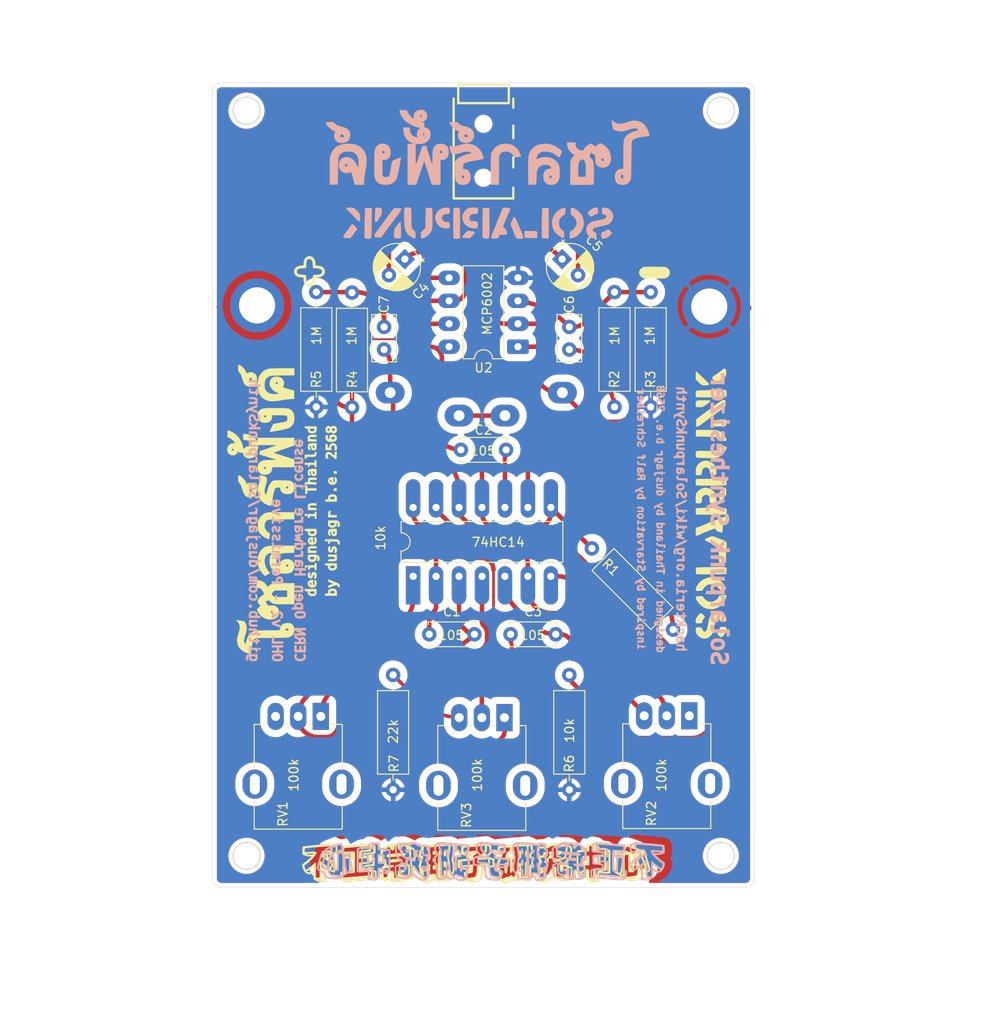
<source format=kicad_pcb>
(kicad_pcb (version 20241229) (generator "pcbnew") (generator_version "9.0")
  (layers (0 "F.Cu" signal) (2 "B.Cu" signal) (13 "F.Paste" user) (15 "B.Paste" user) (5 "F.SilkS" user "F.Silkscreen") (7 "B.SilkS" user "B.Silkscreen") (1 "F.Mask" user) (3 "B.Mask" user) (25 "Edge.Cuts" user))
  (net 0 "")
  (net 1 "Net-(C1-Pad2)")
  (net 2 "Net-(Pad1-Pin_1)")
  (net 3 "Net-(C2-Pad1)")
  (net 4 "Net-(C3-Pad2)")
  (net 5 "Net-(Pad3-Pin_1)")
  (net 6 "GND")
  (net 7 "Net-(Pad2-Pin_1)")
  (net 8 "Net-(RV1-Pad2)")
  (net 9 "Net-(RV2-Pad2)")
  (net 10 "Net-(U2B--)")
  (net 11 "Net-(C4-Pad2)")
  (net 12 "Net-(U2A--)")
  (net 13 "Net-(C5-Pad2)")
  (net 14 "Right")
  (net 15 "Left")
  (net 16 "Net-(R7-Pad1)")
  (net 17 "Net-(U1G-GND)")
  (net 18 "Net-(U1G-VCC)")
  (net 19 "Net-(C2-Pad2)")
  (net 20 "VCC")
  (footprint "Resistor_THT:R_Axial_DIN0309_L9.0mm_D3.2mm_P12.70mm_Horizontal" (layer "F.Cu") (at 98.5 53.65 -90)
    (property "Reference" "R5")
    (property "Value" "1M")
  )
  (footprint "Resistor_THT:R_Axial_DIN0309_L9.0mm_D3.2mm_P12.70mm_Horizontal" (layer "F.Cu") (at 102.449513 66.402694 90)
    (property "Reference" "R4")
    (property "Value" "1M")
  )
  (footprint "Resistor_THT:R_Axial_DIN0309_L9.0mm_D3.2mm_P12.70mm_Horizontal" (layer "F.Cu") (at 131.5 66.35 90)
    (property "Reference" "R2")
    (property "Value" "1M")
  )
  (footprint "002_Solarpunk:SolarPad_VCC" (layer "F.Cu") (at 141.986 55.245)
    (property "Reference" "J3" (hide yes))
    (property "Value" "Conn_01x01_Pin")
  )
  (footprint "002_Solarpunk:SolderPad_small" (layer "F.Cu") (at 106.68 64.77)
    (property "Reference" "Pad1" (hide yes))
    (property "Value" "SP +")
  )
  (footprint "007_dusjagr:graphix_digilog" (layer "F.Cu") (at 117.031492 74.58795)
    (property "Reference" "Ref**" (hide yes))
    (property "Value" "Val**" (hide yes))
    (fp_line (start -27.75759 -41.00954) (end -27.74981 -41.16365) (stroke (width 0.1)) (layer "Edge.Cuts"))
    (fp_line (start -27.75759 41.4188) (end -27.74981 41.2647) (stroke (width 0.1)) (layer "Edge.Cuts"))
    (fp_line (start -27.74981 -41.16365) (end -27.72697 -41.31331) (stroke (width 0.1)) (layer "Edge.Cuts"))
    (fp_line (start -27.74981 -40.85543) (end -27.75759 -41.00954) (stroke (width 0.1)) (layer "Edge.Cuts"))
    (fp_line (start -27.74981 41.2647) (end -27.72697 41.115) (stroke (width 0.1)) (layer "Edge.Cuts"))
    (fp_line (start -27.74981 41.5729) (end -27.75759 41.4188) (stroke (width 0.1)) (layer "Edge.Cuts"))
    (fp_line (start -27.72697 -41.31331) (end -27.63914 -41.59623) (stroke (width 0.1)) (layer "Edge.Cuts"))
    (fp_line (start -27.72697 -40.70578) (end -27.74981 -40.85543) (stroke (width 0.1)) (layer "Edge.Cuts"))
    (fp_line (start -27.72697 41.115) (end -27.63914 40.8321) (stroke (width 0.1)) (layer "Edge.Cuts"))
    (fp_line (start -27.72697 41.7225) (end -27.74981 41.5729) (stroke (width 0.1)) (layer "Edge.Cuts"))
    (fp_line (start -27.63914 -41.59623) (end -27.50017 -41.85226) (stroke (width 0.1)) (layer "Edge.Cuts"))
    (fp_line (start -27.63914 -40.42285) (end -27.72697 -40.70578) (stroke (width 0.1)) (layer "Edge.Cuts"))
    (fp_line (start -27.63914 40.8321) (end -27.50017 40.576) (stroke (width 0.1)) (layer "Edge.Cuts"))
    (fp_line (start -27.63914 42.0055) (end -27.72697 41.7225) (stroke (width 0.1)) (layer "Edge.Cuts"))
    (fp_line (start -27.50017 -41.85226) (end -27.31612 -42.07533) (stroke (width 0.1)) (layer "Edge.Cuts"))
    (fp_line (start -27.50017 -40.16682) (end -27.63914 -40.42285) (stroke (width 0.1)) (layer "Edge.Cuts"))
    (fp_line (start -27.50017 40.576) (end -27.31612 40.353) (stroke (width 0.1)) (layer "Edge.Cuts"))
    (fp_line (start -27.50017 42.2615) (end -27.63914 42.0055) (stroke (width 0.1)) (layer "Edge.Cuts"))
    (fp_line (start -27.31612 -42.07533) (end -27.09305 -42.25938) (stroke (width 0.1)) (layer "Edge.Cuts"))
    (fp_line (start -27.31612 -39.94375) (end -27.50017 -40.16682) (stroke (width 0.1)) (layer "Edge.Cuts"))
    (fp_line (start -27.31612 40.353) (end -27.09305 40.1689) (stroke (width 0.1)) (layer "Edge.Cuts"))
    (fp_line (start -27.31612 42.4846) (end -27.50017 42.2615) (stroke (width 0.1)) (layer "Edge.Cuts"))
    (fp_line (start -27.09305 -42.25938) (end -26.83702 -42.39835) (stroke (width 0.1)) (layer "Edge.Cuts"))
    (fp_line (start -27.09305 -39.7597) (end -27.31612 -39.94375) (stroke (width 0.1)) (layer "Edge.Cuts"))
    (fp_line (start -27.09305 40.1689) (end -26.83702 40.03) (stroke (width 0.1)) (layer "Edge.Cuts"))
    (fp_line (start -27.09305 42.6686) (end -27.31612 42.4846) (stroke (width 0.1)) (layer "Edge.Cuts"))
    (fp_line (start -26.83702 -42.39835) (end -26.5541 -42.48617) (stroke (width 0.1)) (layer "Edge.Cuts"))
    (fp_line (start -26.83702 -39.62073) (end -27.09305 -39.7597) (stroke (width 0.1)) (layer "Edge.Cuts"))
    (fp_line (start -26.83702 40.03) (end -26.5541 39.9421) (stroke (width 0.1)) (layer "Edge.Cuts"))
    (fp_line (start -26.83702 42.8076) (end -27.09305 42.6686) (stroke (width 0.1)) (layer "Edge.Cuts"))
    (fp_line (start -26.5541 -42.48617) (end -26.40444 -42.50901) (stroke (width 0.1)) (layer "Edge.Cuts"))
    (fp_line (start -26.5541 -39.53291) (end -26.83702 -39.62073) (stroke (width 0.1)) (layer "Edge.Cuts"))
    (fp_line (start -26.5541 39.9421) (end -26.40444 39.9193) (stroke (width 0.1)) (layer "Edge.Cuts"))
    (fp_line (start -26.5541 42.8954) (end -26.83702 42.8076) (stroke (width 0.1)) (layer "Edge.Cuts"))
    (fp_line (start -26.40444 -42.50901) (end -26.25033 -42.5168) (stroke (width 0.1)) (layer "Edge.Cuts"))
    (fp_line (start -26.40444 -39.51007) (end -26.5541 -39.53291) (stroke (width 0.1)) (layer "Edge.Cuts"))
    (fp_line (start -26.40444 39.9193) (end -26.25033 39.9115) (stroke (width 0.1)) (layer "Edge.Cuts"))
    (fp_line (start -26.40444 42.9182) (end -26.5541 42.8954) (stroke (width 0.1)) (layer "Edge.Cuts"))
    (fp_line (start -26.25033 -42.5168) (end -25.95491 -42.48757) (stroke (width 0.1)) (layer "Edge.Cuts"))
    (fp_line (start -26.25033 -39.50229) (end -26.40444 -39.51007) (stroke (width 0.1)) (layer "Edge.Cuts"))
    (fp_line (start -26.25033 39.9115) (end -25.95491 39.9407) (stroke (width 0.1)) (layer "Edge.Cuts"))
    (fp_line (start -26.25033 42.926) (end -26.40444 42.9182) (stroke (width 0.1)) (layer "Edge.Cuts"))
    (fp_line (start -25.95491 -42.48757) (end -25.67353 -42.40206) (stroke (width 0.1)) (layer "Edge.Cuts"))
    (fp_line (start -25.95491 -39.53152) (end -26.25033 -39.50229) (stroke (width 0.1)) (layer "Edge.Cuts"))
    (fp_line (start -25.95491 39.9407) (end -25.67353 40.0262) (stroke (width 0.1)) (layer "Edge.Cuts"))
    (fp_line (start -25.95491 42.8968) (end -26.25033 42.926) (stroke (width 0.1)) (layer "Edge.Cuts"))
    (fp_line (start -25.67353 -42.40206) (end -25.41411 -42.26356) (stroke (width 0.1)) (layer "Edge.Cuts"))
    (fp_line (start -25.67353 -39.61702) (end -25.95491 -39.53152) (stroke (width 0.1)) (layer "Edge.Cuts"))
    (fp_line (start -25.67353 40.0262) (end -25.41411 40.1647) (stroke (width 0.1)) (layer "Edge.Cuts"))
    (fp_line (start -25.67353 42.8113) (end -25.95491 42.8968) (stroke (width 0.1)) (layer "Edge.Cuts"))
    (fp_line (start -25.41411 -42.26356) (end -25.18454 -42.07533) (stroke (width 0.1)) (layer "Edge.Cuts"))
    (fp_line (start -25.41411 -39.75552) (end -25.67353 -39.61702) (stroke (width 0.1)) (layer "Edge.Cuts"))
    (fp_line (start -25.41411 40.1647) (end -25.18454 40.353) (stroke (width 0.1)) (layer "Edge.Cuts"))
    (fp_line (start -25.41411 42.6728) (end -25.67353 42.8113) (stroke (width 0.1)) (layer "Edge.Cuts"))
    (fp_line (start -25.18454 -42.07533) (end -24.99631 -41.84577) (stroke (width 0.1)) (layer "Edge.Cuts"))
    (fp_line (start -25.18454 -39.94375) (end -25.41411 -39.75552) (stroke (width 0.1)) (layer "Edge.Cuts"))
    (fp_line (start -25.18454 40.353) (end -24.99631 40.5825) (stroke (width 0.1)) (layer "Edge.Cuts"))
    (fp_line (start -25.18454 42.4846) (end -25.41411 42.6728) (stroke (width 0.1)) (layer "Edge.Cuts"))
    (fp_line (start -24.99631 -41.84577) (end -24.85781 -41.58634) (stroke (width 0.1)) (layer "Edge.Cuts"))
    (fp_line (start -24.99631 -40.17332) (end -25.18454 -39.94375) (stroke (width 0.1)) (layer "Edge.Cuts"))
    (fp_line (start -24.99631 40.5825) (end -24.85781 40.842) (stroke (width 0.1)) (layer "Edge.Cuts"))
    (fp_line (start -24.99631 42.255) (end -25.18454 42.4846) (stroke (width 0.1)) (layer "Edge.Cuts"))
    (fp_line (start -24.85781 -41.58634) (end -24.77231 -41.30497) (stroke (width 0.1)) (layer "Edge.Cuts"))
    (fp_line (start -24.85781 -40.43274) (end -24.99631 -40.17332) (stroke (width 0.1)) (layer "Edge.Cuts"))
    (fp_line (start -24.85781 40.842) (end -24.77231 41.1233) (stroke (width 0.1)) (layer "Edge.Cuts"))
    (fp_line (start -24.85781 41.9956) (end -24.99631 42.255) (stroke (width 0.1)) (layer "Edge.Cuts"))
    (fp_line (start -24.77231 -41.30497) (end -24.74308 -41.00954) (stroke (width 0.1)) (layer "Edge.Cuts"))
    (fp_line (start -24.77231 -40.71412) (end -24.85781 -40.43274) (stroke (width 0.1)) (layer "Edge.Cuts"))
    (fp_line (start -24.77231 41.1233) (end -24.74308 41.4188) (stroke (width 0.1)) (layer "Edge.Cuts"))
    (fp_line (start -24.77231 41.7142) (end -24.85781 41.9956) (stroke (width 0.1)) (layer "Edge.Cuts"))
    (fp_line (start -24.74308 -41.00954) (end -24.77231 -40.71412) (stroke (width 0.1)) (layer "Edge.Cuts"))
    (fp_line (start -24.74308 -41.00954) (end -24.74308 -41.00954) (stroke (width 0.1)) (layer "Edge.Cuts"))
    (fp_line (start -24.74308 -41.00954) (end -24.74308 -41.00954) (stroke (width 0.1)) (layer "Edge.Cuts"))
    (fp_line (start -24.74308 41.4188) (end -24.77231 41.7142) (stroke (width 0.1)) (layer "Edge.Cuts"))
    (fp_line (start -24.74308 41.4188) (end -24.74308 41.4188) (stroke (width 0.1)) (layer "Edge.Cuts"))
    (fp_line (start -24.74308 41.4188) (end -24.74308 41.4188) (stroke (width 0.1)) (layer "Edge.Cuts"))
    (fp_line (start 24.7354 -41.00954) (end 24.7431 -41.16365) (stroke (width 0.1)) (layer "Edge.Cuts"))
    (fp_line (start 24.7354 41.4188) (end 24.7431 41.2647) (stroke (width 0.1)) (layer "Edge.Cuts"))
    (fp_line (start 24.7431 -41.16365) (end 24.766 -41.31331) (stroke (width 0.1)) (layer "Edge.Cuts"))
    (fp_line (start 24.7431 -40.85543) (end 24.7354 -41.00954) (stroke (width 0.1)) (layer "Edge.Cuts"))
    (fp_line (start 24.7431 41.2647) (end 24.766 41.115) (stroke (width 0.1)) (layer "Edge.Cuts"))
    (fp_line (start 24.7431 41.5729) (end 24.7354 41.4188) (stroke (width 0.1)) (layer "Edge.Cuts"))
    (fp_line (start 24.766 -41.31331) (end 24.8538 -41.59623) (stroke (width 0.1)) (layer "Edge.Cuts"))
    (fp_line (start 24.766 -40.70578) (end 24.7431 -40.85543) (stroke (width 0.1)) (layer "Edge.Cuts"))
    (fp_line (start 24.766 41.115) (end 24.8538 40.8321) (stroke (width 0.1)) (layer "Edge.Cuts"))
    (fp_line (start 24.766 41.7225) (end 24.7431 41.5729) (stroke (width 0.1)) (layer "Edge.Cuts"))
    (fp_line (start 24.8538 -41.59623) (end 24.9928 -41.85226) (stroke (width 0.1)) (layer "Edge.Cuts"))
    (fp_line (start 24.8538 -40.42285) (end 24.766 -40.70578) (stroke (width 0.1)) (layer "Edge.Cuts"))
    (fp_line (start 24.8538 40.8321) (end 24.9928 40.576) (stroke (width 0.1)) (layer "Edge.Cuts"))
    (fp_line (start 24.8538 42.0055) (end 24.766 41.7225) (stroke (width 0.1)) (layer "Edge.Cuts"))
    (fp_line (start 24.9928 -41.85226) (end 25.1768 -42.07533) (stroke (width 0.1)) (layer "Edge.Cuts"))
    (fp_line (start 24.9928 -40.16682) (end 24.8538 -40.42285) (stroke (width 0.1)) (layer "Edge.Cuts"))
    (fp_line (start 24.9928 40.576) (end 25.1768 40.353) (stroke (width 0.1)) (layer "Edge.Cuts"))
    (fp_line (start 24.9928 42.2615) (end 24.8538 42.0055) (stroke (width 0.1)) (layer "Edge.Cuts"))
    (fp_line (start 25.1768 -42.07533) (end 25.3999 -42.25938) (stroke (width 0.1)) (layer "Edge.Cuts"))
    (fp_line (start 25.1768 -39.94375) (end 24.9928 -40.16682) (stroke (width 0.1)) (layer "Edge.Cuts"))
    (fp_line (start 25.1768 40.353) (end 25.3999 40.1689) (stroke (width 0.1)) (layer "Edge.Cuts"))
    (fp_line (start 25.1768 42.4846) (end 24.9928 42.2615) (stroke (width 0.1)) (layer "Edge.Cuts"))
    (fp_line (start 25.3999 -42.25938) (end 25.6559 -42.39835) (stroke (width 0.1)) (layer "Edge.Cuts"))
    (fp_line (start 25.3999 -39.7597) (end 25.1768 -39.94375) (stroke (width 0.1)) (layer "Edge.Cuts"))
    (fp_line (start 25.3999 40.1689) (end 25.6559 40.03) (stroke (width 0.1)) (layer "Edge.Cuts"))
    (fp_line (start 25.3999 42.6686) (end 25.1768 42.4846) (stroke (width 0.1)) (layer "Edge.Cuts"))
    (fp_line (start 25.6559 -42.39835) (end 25.9388 -42.48617) (stroke (width 0.1)) (layer "Edge.Cuts"))
    (fp_line (start 25.6559 -39.62073) (end 25.3999 -39.7597) (stroke (width 0.1)) (layer "Edge.Cuts"))
    (fp_line (start 25.6559 40.03) (end 25.9388 39.9421) (stroke (width 0.1)) (layer "Edge.Cuts"))
    (fp_line (start 25.6559 42.8076) (end 25.3999 42.6686) (stroke (width 0.1)) (layer "Edge.Cuts"))
    (fp_line (start 25.9388 -42.48617) (end 26.0885 -42.50901) (stroke (width 0.1)) (layer "Edge.Cuts"))
    (fp_line (start 25.9388 -39.53291) (end 25.6559 -39.62073) (stroke (width 0.1)) (layer "Edge.Cuts"))
    (fp_line (start 25.9388 39.9421) (end 26.0885 39.9193) (stroke (width 0.1)) (layer "Edge.Cuts"))
    (fp_line (start 25.9388 42.8954) (end 25.6559 42.8076) (stroke (width 0.1)) (layer "Edge.Cuts"))
    (fp_line (start 26.0885 -42.50901) (end 26.2426 -42.5168) (stroke (width 0.1)) (layer "Edge.Cuts"))
    (fp_line (start 26.0885 -39.51007) (end 25.9388 -39.53291) (stroke (width 0.1)) (layer "Edge.Cuts"))
    (fp_line (start 26.0885 39.9193) (end 26.2426 39.9115) (stroke (width 0.1)) (layer "Edge.Cuts"))
    (fp_line (start 26.0885 42.9182) (end 25.9388 42.8954) (stroke (width 0.1)) (layer "Edge.Cuts"))
    (fp_line (start 26.2426 -42.5168) (end 26.3967 -42.50901) (stroke (width 0.1)) (layer "Edge.Cuts"))
    (fp_line (start 26.2426 -39.50229) (end 26.0885 -39.51007) (stroke (width 0.1)) (layer "Edge.Cuts"))
    (fp_line (start 26.2426 39.9115) (end 26.3967 39.9193) (stroke (width 0.1)) (layer "Edge.Cuts"))
    (fp_line (start 26.2426 42.926) (end 26.0885 42.9182) (stroke (width 0.1)) (layer "Edge.Cuts"))
    (fp_line (start 26.3967 -42.50901) (end 26.5464 -42.48617) (stroke (width 0.1)) (layer "Edge.Cuts"))
    (fp_line (start 26.3967 39.9193) (end 26.5464 39.9421) (stroke (width 0.1)) (layer "Edge.Cuts"))
    (fp_line (start 26.538 -39.53152) (end 26.2426 -39.50229) (stroke (width 0.1)) (layer "Edge.Cuts"))
    (fp_line (start 26.538 42.8968) (end 26.2426 42.926) (stroke (width 0.1)) (layer "Edge.Cuts"))
    (fp_line (start 26.5464 -42.48617) (end 26.8293 -42.39835) (stroke (width 0.1)) (layer "Edge.Cuts"))
    (fp_line (start 26.5464 39.9421) (end 26.8293 40.03) (stroke (width 0.1)) (layer "Edge.Cuts"))
    (fp_line (start 26.8194 -39.61702) (end 26.538 -39.53152) (stroke (width 0.1)) (layer "Edge.Cuts"))
    (fp_line (start 26.8194 42.8113) (end 26.538 42.8968) (stroke (width 0.1)) (layer "Edge.Cuts"))
    (fp_line (start 26.8293 -42.39835) (end 27.0853 -42.25938) (stroke (width 0.1)) (layer "Edge.Cuts"))
    (fp_line (start 26.8293 40.03) (end 27.0853 40.1689) (stroke (width 0.1)) (layer "Edge.Cuts"))
    (fp_line (start 27.0788 -39.75552) (end 26.8194 -39.61702) (stroke (width 0.1)) (layer "Edge.Cuts"))
    (fp_line (start 27.0788 42.6728) (end 26.8194 42.8113) (stroke (width 0.1)) (layer "Edge.Cuts"))
    (fp_line (start 27.0853 -42.25938) (end 27.3084 -42.07533) (stroke (width 0.1)) (layer "Edge.Cuts"))
    (fp_line (start 27.0853 40.1689) (end 27.3084 40.353) (stroke (width 0.1)) (layer "Edge.Cuts"))
    (fp_line (start 27.3084 -42.07533) (end 27.4924 -41.85226) (stroke (width 0.1)) (layer "Edge.Cuts"))
    (fp_line (start 27.3084 -39.94375) (end 27.0788 -39.75552) (stroke (width 0.1)) (layer "Edge.Cuts"))
    (fp_line (start 27.3084 40.353) (end 27.4924 40.576) (stroke (width 0.1)) (layer "Edge.Cuts"))
    (fp_line (start 27.3084 42.4846) (end 27.0788 42.6728) (stroke (width 0.1)) (layer "Edge.Cuts"))
    (fp_line (start 27.4924 -41.85226) (end 27.6314 -41.59623) (stroke (width 0.1)) (layer "Edge.Cuts"))
    (fp_line (start 27.4924 40.576) (end 27.6314 40.8321) (stroke (width 0.1)) (layer "Edge.Cuts"))
    (fp_line (start 27.4966 -40.17332) (end 27.3084 -39.94375) (stroke (width 0.1)) (layer "Edge.Cuts"))
    (fp_line (start 27.4966 42.255) (end 27.3084 42.4846) (stroke (width 0.1)) (layer "Edge.Cuts"))
    (fp_line (start 27.6314 -41.59623) (end 27.7192 -41.31331) (stroke (width 0.1)) (layer "Edge.Cuts"))
    (fp_line (start 27.6314 40.8321) (end 27.7192 41.115) (stroke (width 0.1)) (layer "Edge.Cuts"))
    (fp_line (start 27.6351 -40.43274) (end 27.4966 -40.17332) (stroke (width 0.1)) (layer "Edge.Cuts"))
    (fp_line (start 27.6351 41.9956) (end 27.4966 42.255) (stroke (width 0.1)) (layer "Edge.Cuts"))
    (fp_line (start 27.7192 -41.31331) (end 27.7421 -41.16365) (stroke (width 0.1)) (layer "Edge.Cuts"))
    (fp_line (start 27.7192 41.115) (end 27.7421 41.2647) (stroke (width 0.1)) (layer "Edge.Cuts"))
    (fp_line (start 27.7206 -40.71412) (end 27.6351 -40.43274) (stroke (width 0.1)) (layer "Edge.Cuts"))
    (fp_line (start 27.7206 41.7142) (end 27.6351 41.9956) (stroke (width 0.1)) (layer "Edge.Cuts"))
    (fp_line (start 27.7421 -41.16365) (end 27.7499 -41.00954) (stroke (width 0.1)) (layer "Edge.Cuts"))
    (fp_line (start 27.7421 41.2647) (end 27.7499 41.4188) (stroke (width 0.1)) (layer "Edge.Cuts"))
    (fp_line (start 27.7499 -41.00954) (end 27.7206 -40.71412) (stroke (width 0.1)) (layer "Edge.Cuts"))
    (fp_line (start 27.7499 -41.00954) (end 27.7499 -41.00954) (stroke (width 0.1)) (layer "Edge.Cuts"))
    (fp_line (start 27.7499 -41.00954) (end 27.7499 -41.00954) (stroke (width 0.1)) (layer "Edge.Cuts"))
    (fp_line (start 27.7499 41.4188) (end 27.7206 41.7142) (stroke (width 0.1)) (layer "Edge.Cuts"))
    (fp_line (start 27.7499 41.4188) (end 27.7499 41.4188) (stroke (width 0.1)) (layer "Edge.Cuts"))
    (fp_line (start 27.7499 41.4188) (end 27.7499 41.4188) (stroke (width 0.1)) (layer "Edge.Cuts"))
  )
  (footprint "Capacitor_THT:CP_Radial_D5.0mm_P2.50mm" (layer "F.Cu") (at 108.3 50 -135)
    (property "Reference" "C4")
    (property "Value" "C_Polarized")
  )
  (footprint "Resistor_THT:R_Axial_DIN0309_L9.0mm_D3.2mm_P12.70mm_Horizontal" (layer "F.Cu") (at 135.5 53.65 -90)
    (property "Reference" "R3")
    (property "Value" "1M")
  )
  (footprint "Resistor_THT:R_Axial_DIN0309_L9.0mm_D3.2mm_P12.70mm_Horizontal" (layer "F.Cu") (at 129 82 -45)
    (property "Reference" "R1")
    (property "Value" "10k")
  )
  (footprint "Capacitor_THT:C_Disc_D5.0mm_W2.5mm_P2.50mm" (layer "F.Cu") (at 106 60 90)
    (property "Reference" "C7")
    (property "Value" "100nF")
  )
  (footprint "002_Solarpunk:SolarPad_VCC" (layer "F.Cu") (at 91.948 55.118)
    (property "Reference" "J2" (hide yes))
    (property "Value" "Conn_01x01_Pin")
  )
  (footprint "Package_DIP:DIP-8_W7.62mm_LongPads" (layer "F.Cu") (at 120.815 59.69 180)
    (property "Reference" "U2")
    (property "Value" "MCP6002-xMC")
  )
  (footprint "Capacitor_THT:C_Disc_D5.0mm_W2.5mm_P5.00mm" (layer "F.Cu") (at 120 91.5)
    (property "Reference" "C3")
    (property "Value" "1-10uF")
  )
  (footprint "002_Solarpunk:AUDIO-JACK-3.5mm_SMD_noHole" (layer "F.Cu") (at 117 31.729 -90)
    (property "Reference" "J1" (hide yes))
    (property "Value" "OutputJack1" (hide yes))
  )
  (footprint "007_dusjagr:Piezo_20mm" (layer "F.Cu") (at 98.552 40.894)
    (property "Reference" "P1" (hide yes))
    (property "Value" "PiezoDisc")
  )
  (footprint "Capacitor_THT:C_Disc_D5.0mm_W2.5mm_P5.00mm" (layer "F.Cu") (at 119.5 71.096215 180)
    (property "Reference" "C2")
    (property "Value" "1-10uF")
  )
  (footprint "blinkyparts:Potentiometer_Alpha_RD901F-40-00D_Single_Vertical_bigger-holes" (layer "F.Cu") (at 139.781707 100.519799 -90)
    (property "Reference" "RV2")
    (property "Value" "100k")
  )
  (footprint "Resistor_THT:R_Axial_DIN0309_L9.0mm_D3.2mm_P12.70mm_Horizontal" (layer "F.Cu") (at 107 96 -90)
    (property "Reference" "R7")
    (property "Value" "22k")
  )
  (footprint "002_Solarpunk:SolderPad_small" (layer "F.Cu") (at 125.73 64.77)
    (property "Reference" "Pad3" (hide yes))
    (property "Value" "SP +")
  )
  (footprint "Capacitor_THT:CP_Radial_D5.0mm_P2.50mm" (layer "F.Cu") (at 125.7 50 -45)
    (property "Reference" "C5")
    (property "Value" "C_Polarized")
  )
  (footprint "Capacitor_THT:C_Disc_D5.0mm_W2.5mm_P5.00mm" (layer "F.Cu") (at 111 91.5)
    (property "Reference" "C1")
    (property "Value" "1-10uF")
  )
  (footprint "002_Solarpunk:DIP-14_W7.62mm_LongerPads" (layer "F.Cu") (at 109.215 85.09 90)
    (property "Reference" "U1" (hide yes))
    (property "Value" "74HC14")
  )
  (footprint "blinkyparts:Potentiometer_Alpha_RD901F-40-00D_Single_Vertical_bigger-holes" (layer "F.Cu") (at 119.319443 100.720026 -90)
    (property "Reference" "RV3")
    (property "Value" "100k")
  )
  (footprint "blinkyparts:Potentiometer_Alpha_RD901F-40-00D_Single_Vertical_bigger-holes" (layer "F.Cu") (at 98.997312 100.582304 -90)
    (property "Reference" "RV1")
    (property "Value" "100k")
  )
  (footprint "Resistor_THT:R_Axial_DIN0309_L9.0mm_D3.2mm_P12.70mm_Horizontal" (layer "F.Cu") (at 126.5 96 -90)
    (property "Reference" "R6")
    (property "Value" "10k")
  )
  (footprint "002_Solarpunk:SolderPad_small" (layer "F.Cu") (at 119.38 67.31)
    (property "Reference" "Pad4" (hide yes))
    (property "Value" "SP - b")
  )
  (footprint "002_Solarpunk:SolderPad_small" (layer "F.Cu") (at 114.3 67.31)
    (property "Reference" "Pad2" (hide yes))
    (property "Value" "SP - b")
  )
  (footprint "007_dusjagr:Piezo_20mm" (layer "F.Cu") (at 136.398 40.894)
    (property "Reference" "P2" (hide yes))
    (property "Value" "PiezoDisc")
  )
  (footprint "Capacitor_THT:C_Disc_D5.0mm_W2.5mm_P2.50mm" (layer "F.Cu") (at 126.5 60 90)
    (property "Reference" "C6")
    (property "Value" "100nF")
  )
  (footprint "007_dusjagr:back_graphix_digilog" (layer "B.Cu") (at 116.986149 74.422 180)
    (property "Reference" "Ref**" (hide yes))
    (property "Value" "Val**" (hide yes))
  )
  (gr_line (start 95 60) (end 93 58) (stroke (width 0.5)) (layer "F.Cu") (net 20))
  (gr_arc (start 147 118.5) (mid 146.707107 119.207107) (end 146 119.5) (stroke (width 0.05)) (layer "Edge.Cuts"))
  (gr_line (start 88 30.5) (end 146 30.5) (stroke (width 0.05)) (layer "Edge.Cuts"))
  (gr_line (start 88 119.5) (end 146 119.5) (stroke (width 0.05)) (layer "Edge.Cuts"))
  (gr_arc (start 146 30.5) (mid 146.707107 30.792893) (end 147 31.5) (stroke (width 0.05)) (layer "Edge.Cuts"))
  (gr_line (start 87 31.5) (end 87 118.5) (stroke (width 0.05)) (layer "Edge.Cuts"))
  (gr_arc (start 88 119.5) (mid 87.292893 119.207107) (end 87 118.5) (stroke (width 0.05)) (layer "Edge.Cuts"))
  (gr_arc (start 87 31.5) (mid 87.292893 30.792893) (end 88 30.5) (stroke (width 0.05)) (layer "Edge.Cuts"))
  (gr_line (start 147 31.5) (end 147 118.5) (stroke (width 0.05)) (layer "Edge.Cuts"))
  (gr_text "1M" (at 103 59.6 90) (layer "F.SilkS") (effects (font (size 1 1)) (justify left bottom)))
  (gr_text "10k" (at 127.1 103.6 90) (layer "F.SilkS") (effects (font (size 1 1)) (justify left bottom)))
  (gr_text "100k" (at 96.6 109 90) (layer "F.SilkS") (effects (font (size 1 1)) (justify left bottom)))
  (gr_text "105\n" (at 115.4 71.8 0) (layer "F.SilkS") (effects (font (size 1 1)) (justify left bottom)))
  (gr_text "100k" (at 116.9 109 90) (layer "F.SilkS") (effects (font (size 1 1)) (justify left bottom)))
  (gr_text "1M" (at 99.1 59.6 90) (layer "F.SilkS") (effects (font (size 1 1)) (justify left bottom)))
  (gr_text "1M" (at 136 59.6 90) (layer "F.SilkS") (effects (font (size 1 1)) (justify left bottom)))
  (gr_text "MCP6002\n" (at 118 58.5 90) (layer "F.SilkS") (effects (font (size 1 1)) (justify left bottom)))
  (gr_text "74HC14" (at 115.6 81.9 0) (layer "F.SilkS") (effects (font (size 1 1)) (justify left bottom)))
  (gr_text "105" (at 111.9 92.2 0) (layer "F.SilkS") (effects (font (size 1 1)) (justify left bottom)))
  (gr_text "22k" (at 107.6 103.7 90) (layer "F.SilkS") (effects (font (size 1 1)) (justify left bottom)))
  (gr_text "10k" (at 106.2 82.3 90) (layer "F.SilkS") (effects (font (size 1 1)) (justify left bottom)))
  (gr_text "105" (at 120.9 92.2 0) (layer "F.SilkS") (effects (font (size 1 1)) (justify left bottom)))
  (gr_text "100k" (at 137.3 109 90) (layer "F.SilkS") (effects (font (size 1 1)) (justify left bottom)))
  (gr_text "1M" (at 132.1 59.6 90) (layer "F.SilkS") (effects (font (size 1 1)) (justify left bottom)))
  (segment (start 114.295 85.09) (end 114.295 90.005086) (width 0.5) (layer "F.Cu") (net 1))
  (segment (start 101.5 96.5) (end 104.792893 93.207107) (width 0.5) (layer "F.Cu") (net 1))
  (segment (start 111.207107 93.5) (end 111.292893 93.5) (width 0.5) (layer "F.Cu") (net 1))
  (segment (start 115.914213 91.585786) (end 116 91.5) (width 0.5) (layer "F.Cu") (net 1))
  (segment (start 114.5 90.5) (end 115.146447 91.146447) (width 0.5) (layer "F.Cu") (net 1))
  (segment (start 100.068944 97.931055) (end 101.5 96.5) (width 0.5) (layer "F.Cu") (net 1))
  (segment (start 106.5 92.5) (end 108.792893 92.5) (width 0.5) (layer "F.Cu") (net 1))
  (arc (start 114.295 90.005086) (mid 114.348278 90.272931) (end 114.5 90.5) (width 0.5) (layer "F.Cu") (net 1))
  (arc (start 108.792893 92.5) (mid 109.446175 92.629946) (end 110 93) (width 0.5) (layer "F.Cu") (net 1))
  (arc (start 98.98 100.56) (mid 99.263007 99.137225) (end 100.068944 97.931055) (width 0.5) (layer "F.Cu") (net 1))
  (arc (start 115.146447 91.146447) (mid 115.538061 91.408114) (end 116 91.5) (width 0.5) (layer "F.Cu") (net 1))
  (arc (start 110 93) (mid 110.553826 93.370054) (end 111.207107 93.5) (width 0.5) (layer "F.Cu") (net 1))
  (arc (start 111.292893 93.5) (mid 113.793934 93.002512) (end 115.914213 91.585786) (width 0.5) (layer "F.Cu") (net 1))
  (arc (start 104.792893 93.207107) (mid 105.57612 92.683771) (end 106.5 92.5) (width 0.5) (layer "F.Cu") (net 1))
  (segment (start 111.755 85.006655) (end 111.755 85.030468) (width 0.5) (layer "F.Cu") (net 2))
  (segment (start 111.755 84.226795) (end 111.755 84.262514) (width 0.5) (layer "F.Cu") (net 2))
  (segment (start 111.755 84.959031) (end 111.755 84.982843) (width 0.5) (layer "F.Cu") (net 2))
  (segment (start 111.755 84.494686) (end 111.755 84.566125) (width 0.5) (layer "F.Cu") (net 2))
  (segment (start 111.755 84.982843) (end 111.755 85.006655) (width 0.5) (layer "F.Cu") (net 2))
  (segment (start 107 72.5) (end 107 65.542548) (width 0.5) (layer "F.Cu") (net 2))
  (segment (start 111.353553 89.146446) (end 111.5 89) (width 0.5) (layer "F.Cu") (net 2))
  (segment (start 111.755 84.351811) (end 111.755 84.298233) (width 0.5) (layer "F.Cu") (net 2))
  (segment (start 111.755 85.042375) (end 111.755 85.030468) (width 0.5) (layer "F.Cu") (net 2))
  (segment (start 111.755 84.351811) (end 111.755 84.494686) (width 0.5) (layer "F.Cu") (net 2))
  (segment (start 107 78.986498) (end 107 72.5) (width 0.5) (layer "F.Cu") (net 2))
  (segment (start 111.755 84.262514) (end 111.755 84.298233) (width 0.5) (layer "F.Cu") (net 2))
  (segment (start 111.5 89) (end 111.559112 88.938118) (width 0.5) (layer "F.Cu") (net 2))
  (segment (start 111 91.5) (end 111 90) (width 0.5) (layer "F.Cu") (net 2))
  (segment (start 111.755 84.155359) (end 111.755 84.191077) (width 0.5) (layer "F.Cu") (net 2))
  (segment (start 111.755 84.155359) (end 111.755 84.1375) (width 0.5) (layer "F.Cu") (net 2))
  (segment (start 111.755 84.959031) (end 111.755 84.947125) (width 0.5) (layer "F.Cu") (net 2))
  (segment (start 111.755 85.18525) (end 111.755 85.09) (width 0.5) (layer "F.Cu") (net 2))
  (segment (start 109.595509 81.28) (end 109.03578 81.28) (width 0.5) (layer "F.Cu") (net 2))
  (segment (start 111.755 88.465203) (end 111.755 85.09) (width 0.5) (layer "F.Cu") (net 2))
  (segment (start 106.68 61.641665) (end 106.68 64.77) (width 0.5) (layer "F.Cu") (net 2))
  (segment (start 108.080262 80.884211) (end 107.578025 80.381974) (width 0.5) (layer "F.Cu") (net 2))
  (segment (start 111.755 85.042375) (end 111.755 85.09) (width 0.5) (layer "F.Cu") (net 2))
  (segment (start 111.755 85.042375) (end 111.755 85.09) (width 0.5) (layer "F.Cu") (net 2))
  (segment (start 111.755 84.226795) (end 111.755 84.191077) (width 0.5) (layer "F.Cu") (net 2))
  (segment (start 111.755 85.042375) (end 111.755 83.43949) (width 0.5) (layer "F.Cu") (net 2))
  (segment (start 111.755 85.09) (end 111.755 85.18525) (width 0.5) (layer "F.Cu") (net 2))
  (arc (start 106 60) (mid 106.503274 60.753202) (end 106.68 61.641665) (width 0.5) (layer "F.Cu") (net 2))
  (arc (start 107.578025 80.381974) (mid 107.150224 79.741724) (end 107 78.986498) (width 0.5) (layer "F.Cu") (net 2))
  (arc (start 111.755 83.43949) (mid 111.590618 82.613088) (end 111.1225 81.9125) (width 0.5) (layer "F.Cu") (net 2))
  (arc (start 109.03578 81.28) (mid 108.518657 81.177137) (end 108.080262 80.884211) (width 0.5) (layer "F.Cu") (net 2))
  (arc (start 111.755 85.042375) (mid 111.755 85.042375) (end 111.755 85.042375) (width 0.5) (layer "F.Cu") (net 2))
  (arc (start 111.755 85.09) (mid 111.755 85.09) (end 111.755 85.09) (width 0.5) (layer "F.Cu") (net 2))
  (arc (start 111.559112 88.938118) (mid 111.704091 88.721143) (end 111.755 88.465203) (width 0.5) (layer "F.Cu") (net 2))
  (arc (start 107 65.542548) (mid 106.916835 65.124448) (end 106.68 64.77) (width 0.5) (layer "F.Cu") (net 2))
  (arc (start 111 90) (mid 111.091886 89.53806) (end 111.353553 89.146446) (width 0.5) (layer "F.Cu") (net 2))
  (arc (start 111.1225 81.9125) (mid 110.42191 81.444381) (end 109.595509 81.28) (width 0.5) (layer "F.Cu") (net 2))
  (segment (start 119.404 77.441) (end 119.375 77.47) (width 0.5) (layer "F.Cu") (net 3))
  (segment (start 119.375 77.47) (end 119.375 71.397992) (width 0.5) (layer "F.Cu") (net 3))
  (arc (start 119.375 71.397992) (mid 119.407486 71.234671) (end 119.5 71.096215) (width 0.5) (layer "F.Cu") (net 3))
  (arc (start 119.433 77.370987) (mid 119.425463 77.408877) (end 119.404 77.441) (width 0.5) (layer "F.Cu") (net 3))
  (segment (start 119.375 86.3575) (end 119.375 85.09) (width 0.5) (layer "F.Cu") (net 4))
  (segment (start 119.375 85.09) (end 119.375 85.78401) (width 0.5) (layer "F.Cu") (net 4))
  (segment (start 126.428666 91.884666) (end 134.231895 99.687895) (width 0.5) (layer "F.Cu") (net 4))
  (segment (start 125 91.5) (end 125.5 91.5) (width 0.5) (layer "F.Cu") (net 4))
  (segment (start 120.5 88.5) (end 122.43934 90.43934) (width 0.5) (layer "F.Cu") (net 4))
  (arc (start 125.5 91.5) (mid 126.00259 91.599971) (end 126.428666 91.884666) (width 0.5) (layer "F.Cu") (net 4))
  (arc (start 119.375 85.78401) (mid 119.667378 87.253893) (end 120.5 88.5) (width 0.5) (layer "F.Cu") (net 4))
  (arc (start 134.231895 99.687895) (mid 134.578343 100.206391) (end 134.7 100.818) (width 0.5) (layer "F.Cu") (net 4))
  (arc (start 122.43934 90.43934) (mid 123.614181 91.224343) (end 125 91.5) (width 0.5) (layer "F.Cu") (net 4))
  (segment (start 133.000005 67.499998) (end 133.146445 67.353558) (width 0.5) (layer "F.Cu") (net 5))
  (segment (start 114.295 77.47) (end 114.295 75.626407) (width 0.5) (layer "F.Cu") (net 5))
  (segment (start 141.778223 94.788223) (end 142.24 95.25) (width 0.5) (layer "F.Cu") (net 5))
  (segment (start 115.5 63) (end 121.792893 63) (width 0.5) (layer "F.Cu") (net 5))
  (segment (start 113 63) (end 115.5 63) (width 0.5) (layer "F.Cu") (net 5))
  (segment (start 133 64.5) (end 129.914214 61.414214) (width 0.5) (layer "F.Cu") (net 5))
  (segment (start 110.5 64.5) (end 111.292893 63.707107) (width 0.5) (layer "F.Cu") (net 5))
  (segment (start 118.639586 80.772) (end 122.095052 80.772) (width 0.5) (layer "F.Cu") (net 5))
  (segment (start 127.86669 83.16269) (end 137.875776 93.171776) (width 0.5) (layer "F.Cu") (net 5))
  (segment (start 130.5 103) (end 127.707107 100.207107) (width 0.5) (layer "F.Cu") (net 5))
  (segment (start 114.295 75.245) (end 114.295 77.8485) (width 0.5) (layer "F.Cu") (net 5))
  (segment (start 114.562639 78.494639) (end 115.5675 79.4995) (width 0.5) (layer "F.Cu") (net 5))
  (segment (start 125.358944 64.77) (end 125.73 64.77) (width 0.5) (layer "F.Cu") (net 5))
  (segment (start 112 72) (end 111.707107 72) (width 0.5) (layer "F.Cu") (net 5))
  (segment (start 110 70.292893) (end 110 65.707107) (width 0.5) (layer "F.Cu") (net 5))
  (segment (start 131 68) (end 131.792893 68) (width 0.5) (layer "F.Cu") (net 5))
  (segment (start 133.5 66.5) (end 133.5 65.707107) (width 0.5) (layer "F.Cu") (net 5))
  (segment (start 141.341974 104.14) (end 133.252203 104.14) (width 0.5) (layer "F.Cu") (net 5))
  (segment (start 113 72.5) (end 112.853553 72.353553) (width 0.5) (layer "F.Cu") (net 5))
  (segment (start 143.51 98.316051) (end 143.51 101.971974) (width 0.5) (layer "F.Cu") (net 5))
  (segment (start 125.73 64.77) (end 127.517502 66.557502) (width 0.5) (layer "F.Cu") (net 5))
  (segment (start 123.43934 98.43934) (end 122.474874 97.474874) (width 0.5) (layer "F.Cu") (net 5))
  (segment (start 123 63.5) (end 123.5 64) (width 0.5) (layer "F.Cu") (net 5))
  (segment (start 133 67.5) (end 133.000005 67.499998) (width 0.5) (layer "F.Cu") (net 5))
  (arc (start 133.5 65.707107) (mid 133.370055 65.053825) (end 133 64.5) (width 0.5) (layer "F.Cu") (net 5))
  (arc (start 114.295 75.626407) (mid 113.958441 73.934407) (end 113 72.5) (width 0.5) (layer "F.Cu") (net 5))
  (arc (start 110.5 71.5) (mid 110.129946 70.946175) (end 110 70.292893) (width 0.5) (layer "F.Cu") (net 5))
  (arc (start 111.707107 72) (mid 111.053825 71.870055) (end 110.5 71.5) (width 0.5) (layer "F.Cu") (net 5))
  (arc (start 129.914214 61.414214) (mid 128.34776 60.367542) (end 126.5 60) (width 0.5) (layer "F.Cu") (net 5))
  (arc (start 115.5675 79.4995) (mid 116.976985 80.441288) (end 118.639586 80.772) (width 0.5) (layer "F.Cu") (net 5))
  (arc (start 127.707107 100.207107) (mid 126.92388 99.683771) (end 126 99.5) (width 0.5) (layer "F.Cu") (net 5))
  (arc (start 122.095052 80.772) (mid 125.21864 81.39332) (end 127.86669 83.16269) (width 0.5) (layer "F.Cu") (net 5))
  (arc (start 123.5 64) (mid 124.352891 64.569883) (end 125.358944 64.77) (width 0.5) (layer "F.Cu") (net 5))
  (arc (start 137.875776 93.171776) (mid 138.771005 93.769949) (end 139.827 93.98) (width 0.5) (layer "F.Cu") (net 5))
  (arc (start 142.875 103.505) (mid 142.171641 103.974968) (end 141.341974 104.14) (width 0.5) (layer "F.Cu") (net 5))
  (arc (start 139.827 93.98) (mid 140.882994 94.19005) (end 141.778223 94.788223) (width 0.5) (layer "F.Cu") (net 5))
  (arc (start 121.792893 63) (mid 122.446175 63.129946) (end 123 63.5) (width 0.5) (layer "F.Cu") (net 5))
  (arc (start 133.146445 67.353558) (mid 133.408114 66.961942) (end 133.5 66.5) (width 0.5) (layer "F.Cu") (net 5))
  (arc (start 110 65.707107) (mid 110.129945 65.053825) (end 110.5 64.5) (width 0.5) (layer "F.Cu") (net 5))
  (arc (start 112.853553 72.353553) (mid 112.46194 72.091885) (end 112 72) (width 0.5) (layer "F.Cu") (net 5))
  (arc (start 126 99.5) (mid 124.614181 99.224343) (end 123.43934 98.43934) (width 0.5) (layer "F.Cu") (net 5))
  (arc (start 127.517502 66.557502) (mid 129.115286 67.625107) (end 131 68) (width 0.5) (layer "F.Cu") (net 5))
  (arc (start 143.51 101.971974) (mid 143.344968 102.801641) (end 142.875 103.505) (width 0.5) (layer "F.Cu") (net 5))
  (arc (start 133.252203 104.14) (mid 131.762721 103.843724) (end 130.5 103) (width 0.5) (layer "F.Cu") (net 5))
  (arc (start 131.792893 68) (mid 132.446175 67.870054) (end 133 67.5) (width 0.5) (layer "F.Cu") (net 5))
  (arc (start 114.295 77.8485) (mid 114.364557 78.198188) (end 114.562639 78.494639) (width 0.5) (layer "F.Cu") (net 5))
  (arc (start 122.474874 97.474874) (mid 120.643198 94.733579) (end 120 91.5) (width 0.5) (layer "F.Cu") (net 5))
  (arc (start 142.24 95.25) (mid 143.179937 96.656716) (end 143.51 98.316051) (width 0.5) (layer "F.Cu") (net 5))
  (arc (start 111.292893 63.707107) (mid 112.07612 63.183771) (end 113 63) (width 0.5) (layer "F.Cu") (net 5))
  (segment (start 120.810001 34.269) (end 120.81 34.269) (width 0.5) (layer "F.Cu") (net 6))
  (segment (start 141.986 58.722185) (end 141.986 60.96) (width 1) (layer "F.Cu") (net 6))
  (segment (start 142.013185 58.695) (end 142.040371 58.695) (width 0.5) (layer "F.Cu") (net 6))
  (segment (start 142.24 49.911) (end 142.24 51.689) (width 1) (layer "F.Cu") (net 6))
  (arc (start 113.19 34.269) (mid 113.689819 34.16958) (end 114.113545 33.886455) (width 0.5) (layer "F.Cu") (net 6))
  (arc (start 142.013185 58.695) (mid 141.993962 58.702962) (end 141.986 58.722185) (width 0.5) (layer "F.Cu") (net 6))
  (segment (start 116.843535 67.31) (end 119.38 67.31) (width 0.5) (layer "F.Cu") (net 7))
  (segment (start 116.836464 67.31) (end 114.3 67.31) (width 0.5) (layer "F.Cu") (net 7))
  (segment (start 123.946999 79.247999) (end 124.005987 79.189012) (width 0.5) (layer "F.Cu") (net 7))
  (segment (start 122 79.756) (end 118.56942 79.756) (width 0.5) (layer "F.Cu") (net 7))
  (segment (start 116.835 78.105) (end 116.835 77.7875) (width 0.5) (layer "F.Cu") (net 7))
  (segment (start 116.835 67.318535) (end 116.835 77.47) (width 0.5) (layer "F.Cu") (net 7))
  (segment (start 117.284012 79.189012) (end 117.343 79.248) (width 0.5) (layer "F.Cu") (net 7))
  (segment (start 128.974394 81.989393) (end 124.455 77.47) (width 0.5) (layer "F.Cu") (net 7))
  (segment (start 122.720579 79.756) (end 122 79.756) (width 0.5) (layer "F.Cu") (net 7))
  (segment (start 116.836464 67.31) (end 116.843535 67.31) (width 0.5) (layer "F.Cu") (net 7))
  (segment (start 124.455 78.105) (end 124.455 78.359) (width 0.5) (layer "F.Cu") (net 7))
  (arc (start 118.56942 79.756) (mid 117.905686 79.623975) (end 117.343 79.248) (width 0.5) (layer "F.Cu") (net 7))
  (arc (start 116.8375 67.3125) (mid 116.837817 67.310904) (end 116.836464 67.31) (width 0.5) (layer "F.Cu") (net 7))
  (arc (start 124.455 78.105) (mid 124.338305 78.691663) (end 124.005987 79.189012) (width 0.5) (layer "F.Cu") (net 7))
  (arc (start 116.8375 67.3125) (mid 116.840268 67.310649) (end 116.843535 67.31) (width 0.5) (layer "F.Cu") (net 7))
  (arc (start 129 82) (mid 128.986142 81.997243) (end 128.974394 81.989393) (width 0.5) (layer "F.Cu") (net 7))
  (arc (start 124.455 77.47) (mid 124.60744 77.500322) (end 124.736672 77.586673) (width 0.5) (layer "F.Cu") (net 7))
  (arc (start 116.835 78.105) (mid 116.951694 78.691663) (end 117.284012 79.189012) (width 0.5) (layer "F.Cu") (net 7))
  (arc (start 122.720579 79.756) (mid 123.384313 79.623974) (end 123.946999 79.247999) (width 0.5) (layer "F.Cu") (net 7))
  (arc (start 116.8375 67.3125) (mid 116.835649 67.315268) (end 116.835 67.318535) (width 0.5) (layer "F.Cu") (net 7))
  (segment (start 117.269212 92.661494) (end 117.360003 92.442308) (width 0.5) (layer "F.Cu") (net 8))
  (segment (start 116.835 90.101655) (end 116.835 85.09) (width 0.5) (layer "F.Cu") (net 8))
  (segment (start 117.137405 92.858756) (end 117.269212 92.661494) (width 0.5) (layer "F.Cu") (net 8))
  (segment (start 117.409 92.090999) (end 117.409 91.487413) (width 0.5) (layer "F.Cu") (net 8))
  (segment (start 117.406287 92.209622) (end 117.409 92.090999) (width 0.5) (layer "F.Cu") (net 8))
  (segment (start 117 93) (end 117.055446 92.944554) (width 0.5) (layer "F.Cu") (net 8))
  (segment (start 117.360003 92.442308) (end 117.406287 92.209622) (width 0.5) (layer "F.Cu") (net 8))
  (segment (start 99 102.87) (end 98.716309 102.87) (width 0.5) (layer "F.Cu") (net 8))
  (segment (start 101.995681 96.995681) (end 104.778149 94.213214) (width 0.5) (layer "F.Cu") (net 8))
  (segment (start 101 101.292893) (end 101 99.399468) (width 0.5) (layer "F.Cu") (net 8))
  (segment (start 96.833553 101.913553) (end 97.135 102.215) (width 0.5) (layer "F.Cu") (net 8))
  (segment (start 117.055446 92.944554) (end 117.137405 92.858756) (width 0.5) (layer "F.Cu") (net 8))
  (segment (start 109 94) (end 109.096626 94.093099) (width 0.5) (layer "F.Cu") (net 8))
  (segment (start 107 90) (end 107.292893 90) (width 0.5) (layer "F.Cu") (net 8))
  (segment (start 106.5 93.5) (end 107.792893 93.5) (width 0.5) (layer "F.Cu") (net 8))
  (segment (start 102.300369 93.53363) (end 97.328222 98.505776) (width 0.5) (layer "F.Cu") (net 8))
  (segment (start 102.300369 93.53363) (end 105.009511 90.824488) (width 0.5) (layer "F.Cu") (net 8))
  (segment (start 99 102.87) (end 99.606741 102.87) (width 0.5) (layer "F.Cu") (net 8))
  (segment (start 96.52 100.457) (end 96.52 100.711) (width 0.5) (layer "F.Cu") (net 8))
  (segment (start 96.48 101.06) (end 96.48 100.56) (width 0.5) (layer "F.Cu") (net 8))
  (segment (start 110.207107 94.5) (end 114.085786 94.5) (width 0.5) (layer "F.Cu") (net 8))
  (segment (start 99.435724 102.87) (end 99 102.87) (width 0.5) (layer "F.Cu") (net 8))
  (segment (start 116.500001 93.5) (end 117 93) (width 0.5) (layer "F.Cu") (net 8))
  (segment (start 109.215 87.773837) (end 109.215 85.09) (width 0.5) (layer "F.Cu") (net 8))
  (arc (start 104.778149 94.213214) (mid 105.568141 93.685359) (end 106.5 93.5) (width 0.5) (layer "F.Cu") (net 8))
  (arc (start 101 99.399468) (mid 101.258769 98.098548) (end 101.995681 96.995681) (width 0.5) (layer "F.Cu") (net 8))
  (arc (start 105.009511 90.824488) (mid 105.922755 90.214278) (end 107 90) (width 0.5) (layer "F.Cu") (net 8))
  (arc (start 99.606741 102.87) (mid 100.090169 102.77384) (end 100.5 102.5) (width 0.5) (layer "F.Cu") (net 8))
  (arc (start 108.5 89.5) (mid 109.029178 88.708029) (end 109.215 87.773837) (width 0.5) (layer "F.Cu") (net 8))
  (arc (start 96.52 100.457) (mid 96.73005 99.401005) (end 97.328222 98.505776) (width 0.5) (layer "F.Cu") (net 8))
  (arc (start 117.409 91.487413) (mid 117.302704 90.953029) (end 117 90.5) (width 0.5) (layer "F.Cu") (net 8))
  (arc (start 107.792893 93.5) (mid 108.446175 93.629946) (end 109 94) (width 0.5) (layer "F.Cu") (net 8))
  (arc (start 100.5 102.5) (mid 100.870054 101.946174) (end 101 101.292893) (width 0.5) (layer "F.Cu") (net 8))
  (arc (start 109.096626 94.093099) (mid 109.615287 94.397091) (end 110.207107 94.5) (width 0.5) (layer "F.Cu") (net 8))
  (arc (start 107.292893 90) (mid 107.946175 89.870054) (end 108.5 89.5) (width 0.5) (layer "F.Cu") (net 8))
  (arc (start 96.48 101.06) (mid 96.571885 101.521939) (end 96.833553 101.913553) (width 0.5) (layer "F.Cu") (net 8))
  (arc (start 117 90.5) (mid 116.877882 90.317238) (end 116.835 90.101655) (width 0.5) (layer "F.Cu") (net 8))
  (arc (start 114.085786 94.5) (mid 115.39235 94.240108) (end 116.500001 93.5) (width 0.5) (layer "F.Cu") (net 8))
  (arc (start 97.135 102.215) (mid 97.86051 102.699771) (end 98.716309 102.87) (width 0.5) (layer "F.Cu") (net 8))
  (segment (start 121.915 85.890833) (end 121.915 86.326166) (width 0.5) (layer "F.Cu") (net 9))
  (segment (start 121.915 84.223308) (end 121.915 85.890833) (width 0.5) (layer "F.Cu") (net 9))
  (segment (start 118.491 82.042) (end 120.189115 82.042) (width 0.5) (layer "F.Cu") (net 9))
  (segment (start 121.915 83.919692) (end 121.915 84.223308) (width 0.5) (layer "F.Cu") (net 9))
  (segment (start 121.915 86.326166) (end 121.915 86.543833) (width 0.5) (layer "F.Cu") (net 9))
  (segment (start 124.525166 89.154) (end 125.349 89.154) (width 0.5) (layer "F.Cu") (net 9))
  (segment (start 121.915 83.767884) (end 121.915 83.919692) (width 0.5) (layer "F.Cu") (net 9))
  (segment (start 136.358542 98.258542) (end 128.601038 90.501038) (width 0.5) (layer "F.Cu") (net 9))
  (segment (start 111.843034 77.807034) (end 114.371751 80.335751) (width 0.5) (layer "F.Cu") (net 9))
  (segment (start 111.755 77.5945) (end 111.755 77.47) (width 0.5) (layer "F.Cu") (net 9))
  (arc (start 136.358542 98.258542) (mid 136.981312 99.190583) (end 137.2 100.29) (width 0.5) (layer "F.Cu") (net 9))
  (arc (start 121.915 83.767884) (mid 121.783624 83.107417) (end 121.4095 82.5475) (width 0.5) (layer "F.Cu") (net 9))
  (arc (start 120.189115 82.042) (mid 120.849582 82.173375) (end 121.4095 82.5475) (width 0.5) (layer "F.Cu") (net 9))
  (arc (start 122.6795 88.3895) (mid 123.526298 88.955312) (end 124.525166 89.154) (width 0.5) (layer "F.Cu") (net 9))
  (arc (start 111.755 77.5945) (mid 111.777879 77.709522) (end 111.843034 77.807034) (width 0.5) (layer "F.Cu") (net 9))
  (arc (start 128.601038 90.501038) (mid 127.10899 89.504083) (end 125.349 89.154) (width 0.5) (layer "F.Cu") (net 9))
  (arc (start 121.915 86.543833) (mid 122.113687 87.5427) (end 122.6795 88.3895) (width 0.5) (layer "F.Cu") (net 9))
  (arc (start 118.491 82.042) (mid 116.261678 81.59856) (end 114.371751 80.335751) (width 0.5) (layer "F.Cu") (net 9))
  (segment (start 112.668629 49.2) (end 110.231371 49.2) (width 0.5) (layer "F.Cu") (net 10))
  (segment (start 112.395 57.15) (end 110.753025 57.15) (width 0.5) (layer "F.Cu") (net 10))
  (segment (start 109.669012 54.61) (end 113.850987 54.61) (width 0.5) (layer "F.Cu") (net 10))
  (segment (start 109.22 56.515) (end 108.809506 56.104506) (width 0.5) (layer "F.Cu") (net 10))
  (segment (start 114.935 53.525987) (end 114.935 50.808762) (width 0.5) (layer "F.Cu") (net 10))
  (segment (start 108.809506 55.020493) (end 108.902499 54.927499) (width 0.5) (layer "F.Cu") (net 10))
  (arc (start 110.231371 49.2) (mid 109.18612 49.407913) (end 108.3 50) (width 0.5) (layer "F.Cu") (net 10))
  (arc (start 108.809506 56.104506) (mid 108.643347 55.855831) (end 108.585 55.5625) (width 0.5) (layer "F.Cu") (net 10))
  (arc (start 114.935 50.808762) (mid 114.847937 50.371063) (end 114.6 50) (width 0.5) (layer "F.Cu") (net 10))
  (arc (start 108.585 55.5625) (mid 108.643347 55.269168) (end 108.809506 55.020493) (width 0.5) (layer "F.Cu") (net 10))
  (arc (start 110.753025 57.15) (mid 109.923357 56.984968) (end 109.22 56.515) (width 0.5) (layer "F.Cu") (net 10))
  (arc (start 108.902499 54.927499) (mid 109.254178 54.692515) (end 109.669012 54.61) (width 0.5) (layer "F.Cu") (net 10))
  (arc (start 114.6175 54.2925) (mid 114.852484 53.94082) (end 114.935 53.525987) (width 0.5) (layer "F.Cu") (net 10))
  (arc (start 113.850987 54.61) (mid 114.26582 54.527484) (end 114.6175 54.2925) (width 0.5) (layer "F.Cu") (net 10))
  (arc (start 114.6 50) (mid 113.713879 49.407913) (end 112.668629 49.2) (width 0.5) (layer "F.Cu") (net 10))
  (segment (start 109.5 42.085786) (end 109.5 39.707107) (width 0.5) (layer "F.Cu") (net 11))
  (segment (start 113.19 37.698) (end 120.81 37.698) (width 0.5) (layer "F.Cu") (net 11))
  (segment (start 106.532233 48.870711) (end 106.532233 51.767767) (width 0.5) (layer "F.Cu") (net 11))
  (segment (start 111.229092 37.698) (end 113.19 37.698) (width 0.5) (layer "F.Cu") (net 11))
  (segment (start 110 38.5) (end 110.5 38) (width 0.5) (layer "F.Cu") (net 11))
  (segment (start 107.368629 47.231371) (end 107.1 47.5) (width 0.5) (layer "F.Cu") (net 11))
  (arc (start 109.5 42.085786) (mid 108.946075 44.870556) (end 107.368629 47.231371) (width 0.5) (layer "F.Cu") (net 11))
  (arc (start 107.1 47.5) (mid 106.679791 48.128887) (end 106.532233 48.870711) (width 0.5) (layer "F.Cu") (net 11))
  (arc (start 109.5 39.707107) (mid 109.629945 39.053825) (end 110 38.5) (width 0.5) (layer "F.Cu") (net 11))
  (arc (start 112.527643 37.972357) (mid 112.831535 37.769303) (end 113.19 37.698) (width 0.5) (layer "F.Cu") (net 11))
  (arc (start 110.5 38) (mid 110.83451 37.776487) (end 111.229092 37.698) (width 0.5) (layer "F.Cu") (net 11))
  (segment (start 121.872791 48.3) (end 122.158579 48.3) (width 0.5) (layer "F.Cu") (net 12))
  (segment (start 125.302082 49.602081) (end 125.7 50) (width 0.5) (layer "F.Cu") (net 12))
  (segment (start 122.740987 59.69) (end 120.015 59.69) (width 0.5) (layer "F.Cu") (net 12))
  (segment (start 122.740987 57.15) (end 120.65 57.15) (width 0.5) (layer "F.Cu") (net 12))
  (segment (start 118.173256 50.626744) (end 119.52929 49.27071) (width 0.5) (layer "F.Cu") (net 12))
  (segment (start 117.475 54.981974) (end 117.475 52.312483) (width 0.5) (layer "F.Cu") (net 12))
  (segment (start 118.295987 56.700987) (end 118.11 56.515) (width 0.5) (layer "F.Cu") (net 12))
  (segment (start 120.65 57.15) (end 122.555 57.15) (width 0.5) (layer "F.Cu") (net 12))
  (segment (start 119.38 57.15) (end 120.65 57.15) (width 0.5) (layer "F.Cu") (net 12))
  (segment (start 123.825 58.234012) (end 123.825 58.605987) (width 0.5) (layer "F.Cu") (net 12))
  (segment (start 119.38 57.15) (end 120.65 57.15) (width 0.5) (layer "F.Cu") (net 12))
  (arc (start 120.65 57.15) (mid 120.65 57.15) (end 120.65 57.15) (width 0.5) (layer "F.Cu") (net 12))
  (arc (start 117.475 52.312483) (mid 117.656471 51.400168) (end 118.173256 50.626744) (width 0.5) (layer "F.Cu") (net 12))
  (arc (start 122.740987 59.69) (mid 123.15582 59.607484) (end 123.5075 59.3725) (width 0.5) (layer "F.Cu") (net 12))
  (arc (start 119.52929 49.27071) (mid 120.604497 48.552279) (end 121.872791 48.3) (width 0.5) (layer "F.Cu") (net 12))
  (arc (start 119.38 57.15) (mid 118.793336 57.033305) (end 118.295987 56.700987) (width 0.5) (layer "F.Cu") (net 12))
  (arc (start 118.11 56.515) (mid 117.640031 55.811641) (end 117.475 54.981974) (width 0.5) (layer "F.Cu") (net 12))
  (arc (start 123.825 58.234012) (mid 123.742484 57.819178) (end 123.5075 57.4675) (width 0.5) (layer "F.Cu") (net 12))
  (arc (start 123.825 58.605987) (mid 123.742484 59.02082) (end 123.5075 59.3725) (width 0.5) (layer "F.Cu") (net 12))
  (arc (start 122.158579 48.3) (mid 123.85983 48.6384) (end 125.302082 49.602081) (width 0.5) (layer "F.Cu") (net 12))
  (arc (start 122.740987 57.15) (mid 123.15582 57.232515) (end 123.5075 57.4675) (width 0.5) (layer "F.Cu") (net 12))
  (segment (start 126.548528 45.148528) (end 127 45.6) (width 0.5) (layer "F.Cu") (net 13))
  (segment (start 120.79697 41.01303) (end 120.81 41) (width 0.5) (layer "F.Cu") (net 13))
  (segment (start 121.665599 43.065599) (end 121.880761 43.280761) (width 0.5) (layer "F.Cu") (net 13))
  (segment (start 127.467767 46.729289) (end 127.467767 51.767767) (width 0.5) (layer "F.Cu") (net 13))
  (segment (start 113.19 41) (end 114.617243 42.427243) (width 0.5) (layer "F.Cu") (net 13))
  (segment (start 124.1 44.2) (end 124.258579 44.2) (width 0.5) (layer "F.Cu") (net 13))
  (arc (start 116 43) (mid 118.596101 42.483603) (end 120.79697 41.01303) (width 0.5) (layer "F.Cu") (net 13))
  (arc (start 120.81 41) (mid 121.032363 42.117894) (end 121.665599 43.065599) (width 0.5) (layer "F.Cu") (net 13))
  (arc (start 121.880761 43.280761) (mid 122.898957 43.961097) (end 124.1 44.2) (width 0.5) (layer "F.Cu") (net 13))
  (arc (start 127 45.6) (mid 127.346198 46.118122) (end 127.467767 46.729289) (width 0.5) (layer "F.Cu") (net 13))
  (arc (start 120.65 41.386274) (mid 120.691583 41.177224) (end 120.81 41) (width 0.5) (layer "F.Cu") (net 13))
  (arc (start 124.258579 44.2) (mid 125.49789 44.446514) (end 126.548528 45.148528) (width 0.5) (layer "F.Cu") (net 13))
  (arc (start 114.617243 42.427243) (mid 115.251657 42.851145) (end 116 43) (width 0.5) (layer "F.Cu") (net 13))
  (segment (start 126.5 57.5) (end 127 57.5) (width 0.5) (layer "F.Cu") (net 14))
  (segment (start 128.10962 57.040381) (end 131.5 53.65) (width 0.5) (layer "F.Cu") (net 14))
  (segment (start 126.152049 57.152049) (end 126.5 57.5) (width 0.5) (layer "F.Cu") (net 14))
  (segment (start 131.5 53.65) (end 135.5 53.65) (width 0.5) (layer "F.Cu") (net 14))
  (arc (start 127 57.5) (mid 127.600522 57.380549) (end 128.10962 57.040381) (width 0.5) (layer "F.Cu") (net 14))
  (arc (start 120.015 54.61) (mid 123.336347 55.270657) (end 126.152049 57.152049) (width 0.5) (layer "F.Cu") (net 14))
  (segment (start 98 53.65) (end 102 53.65) (width 0.5) (layer "F.Cu") (net 15))
  (segment (start 112.395 52.07) (end 109.745219 52.07) (width 0.5) (layer "F.Cu") (net 15))
  (segment (start 102 53.65) (end 102.947918 53.65) (width 0.5) (layer "F.Cu") (net 15))
  (segment (start 107.5 53) (end 107 53.5) (width 0.5) (layer "F.Cu") (net 15))
  (segment (start 106 56.831785) (end 106 57.5) (width 0.5) (layer "F.Cu") (net 15))
  (segment (start 106 55.914214) (end 106 57.5) (width 0.5) (layer "F.Cu") (net 15))
  (segment (start 105 54.5) (end 105.058286 54.558286) (width 0.5) (layer "F.Cu") (net 15))
  (arc (start 105.058286 54.558286) (mid 105.755256 55.601377) (end 106 56.831785) (width 0.5) (layer "F.Cu") (net 15))
  (arc (start 107 53.5) (mid 106.259892 54.607651) (end 106 55.914214) (width 0.5) (layer "F.Cu") (net 15))
  (arc (start 109.745219 52.07) (mid 108.530115 52.311699) (end 107.5 53) (width 0.5) (layer "F.Cu") (net 15))
  (arc (start 102.947918 53.65) (mid 104.058497 53.870908) (end 105 54.5) (width 0.5) (layer "F.Cu") (net 15))
  (segment (start 107 96) (end 109.82738 98.82738) (width 0.4) (layer "F.Cu") (net 16))
  (arc (start 109.82738 98.82738) (mid 111.879435 100.19852) (end 114.3 100.68) (width 0.4) (layer "F.Cu") (net 16))
  (segment (start 142.24 99.301783) (end 142.24 100.813567) (width 0.5) (layer "F.Cu") (net 17))
  (segment (start 126.868385 85.720385) (end 135.611566 94.463566) (width 0.5) (layer "F.Cu") (net 17))
  (segment (start 140.071974 102.981593) (end 133.662668 102.981593) (width 0.5) (layer "F.Cu") (net 17))
  (segment (start 132.5 102.5) (end 126.853554 96.853554) (width 0.5) (layer "F.Cu") (net 17))
  (segment (start 124.455 85.09) (end 125.3465 85.09) (width 0.5) (layer "F.Cu") (net 17))
  (segment (start 141.1605 96.7105) (end 141.171007 96.721007) (width 0.5) (layer "F.Cu") (net 17))
  (segment (start 138.43 95.631) (end 138.554356 95.631) (width 0.5) (layer "F.Cu") (net 17))
  (arc (start 133.662668 102.981593) (mid 133.033437 102.856431) (end 132.5 102.5) (width 0.5) (layer "F.Cu") (net 17))
  (arc (start 126.853554 96.853554) (mid 126.591885 96.46194) (end 126.5 96) (width 0.5) (layer "F.Cu") (net 17))
  (arc (start 125.3465 85.09) (mid 126.170138 85.253831) (end 126.868385 85.720385) (width 0.5) (layer "F.Cu") (net 17))
  (arc (start 141.171007 96.721007) (mid 141.962177 97.905077) (end 142.24 99.301783) (width 0.5) (layer "F.Cu") (net 17))
  (arc (start 135.611566 94.463566) (mid 136.904674 95.327593) (end 138.43 95.631) (width 0.5) (layer "F.Cu") (net 17))
  (arc (start 141.605 102.346593) (mid 140.901641 102.816561) (end 140.071974 102.981593) (width 0.5) (layer "F.Cu") (net 17))
  (arc (start 142.24 100.813567) (mid 142.074968 101.643234) (end 141.605 102.346593) (width 0.5) (layer "F.Cu") (net 17))
  (arc (start 138.554356 95.631) (mid 139.964791 95.911552) (end 141.1605 96.7105) (width 0.5) (layer "F.Cu") (net 17))
  (segment (start 116.809184 83.058) (end 116.205 83.058) (width 0.5) (layer "F.Cu") (net 18))
  (segment (start 114.253776 82.249776) (end 112.552815 80.548815) (width 0.5) (layer "F.Cu") (net 18))
  (segment (start 118.11 89.578345) (end 118.11 95.163309) (width 0.5) (layer "F.Cu") (net 18))
  (segment (start 109.215 78.1025) (end 109.215 77.47) (width 0.5) (layer "F.Cu") (net 18))
  (segment (start 118.11 85.359407) (end 118.11 87.360592) (width 0.3) (layer "F.Cu") (net 18))
  (segment (start 109.662245 79.182245) (end 109.951184 79.471184) (width 0.5) (layer "F.Cu") (net 18))
  (segment (start 116.819443 98.278988) (end 116.819443 100.720026) (width 0.5) (layer "F.Cu") (net 18))
  (segment (start 118.11 89.578345) (end 118.11 87.360592) (width 0.3) (layer "F.Cu") (net 18))
  (segment (start 118.11 84.358815) (end 118.11 85.359407) (width 0.3) (layer "F.Cu") (net 18))
  (arc (start 117.729 83.439) (mid 117.306984 83.157018) (end 116.809184 83.058) (width 0.5) (layer "F.Cu") (net 18))
  (arc (start 109.951184 79.471184) (mid 110.548003 79.869966) (end 111.252 80.01) (width 0.5) (layer "F.Cu") (net 18))
  (arc (start 118.11 95.163309) (mid 118.000713 95.712731) (end 117.68949 96.178509) (width 0.5) (layer "F.Cu") (net 18))
  (arc (start 109.662245 79.182245) (mid 109.331235 78.686853) (end 109.215 78.1025) (width 0.5) (layer "F.Cu") (net 18))
  (arc (start 117.729 83.439) (mid 118.010981 83.861014) (end 118.11 84.358815) (width 0.5) (layer "F.Cu") (net 18))
  (arc (start 116.205 83.058) (mid 115.149005 82.847949) (end 114.253776 82.249776) (width 0.5) (layer "F.Cu") (net 18))
  (arc (start 112.552815 80.548815) (mid 111.955996 80.150033) (end 111.252 80.01) (width 0.5) (layer "F.Cu") (net 18))
  (arc (start 117.68949 96.178509) (mid 117.045561 97.142217) (end 116.819443 98.278988) (width 0.5) (layer "F.Cu") (net 18))
  (segment (start 121.949768 76.906657) (end 121.981753 76.710471) (width 0.5) (layer "F.Cu") (net 19))
  (segment (start 120 64) (end 119.25 64) (width 0.5) (layer "F.Cu") (net 19))
  (segment (start 111.5 69.5) (end 112 70) (width 0.5) (layer "F.Cu") (net 19))
  (segment (start 134.25 84.5) (end 127.5 77.75) (width 0.5) (layer "F.Cu") (net 19))
  (segment (start 121.981753 76.710471) (end 122.020334 76.532287) (width 0.5) (layer "F.Cu") (net 19))
  (segment (start 136.035712 86.285713) (end 134.25 84.5) (width 0.5) (layer "F.Cu") (net 19))
  (segment (start 122.368137 75.628787) (end 122.455338 75.478911) (width 0.5) (layer "F.Cu") (net 19))
  (segment (start 126.5 75.335786) (end 126.5 72.75) (width 0.5) (layer "F.Cu") (net 19))
  (segment (start 122.273771 75.814074) (end 122.368137 75.628787) (width 0.5) (layer "F.Cu") (net 19))
  (segment (start 124.552812 68.049072) (end 124.12687 67.62313) (width 0.5) (layer "F.Cu") (net 19))
  (segment (start 111 66.207107) (end 111 68.292893) (width 0.5) (layer "F.Cu") (net 19))
  (segment (start 121.92926 77.088887) (end 121.949768 76.906657) (width 0.5) (layer "F.Cu") (net 19))
  (segment (start 122.128494 76.166712) (end 122.201226 75.976736) (width 0.5) (layer "F.Cu") (net 19))
  (segment (start 122.020334 76.532287) (end 122.072452 76.338507) (width 0.5) (layer "F.Cu") (net 19))
  (segment (start 122.072452 76.338507) (end 122.128494 76.166712) (width 0.5) (layer "F.Cu") (net 19))
  (segment (start 119.25 64) (end 113.207107 64) (width 0.5) (layer "F.Cu") (net 19))
  (segment (start 121.051457 64.547716) (end 120.853553 64.353553) (width 0.5) (layer "F.Cu") (net 19))
  (segment (start 121.915 77.47) (end 121.915 72.963057) (width 0.5) (layer "F.Cu") (net 19))
  (segment (start 120.859938 64.356198) (end 120.853553 64.353553) (width 0.5) (layer "F.Cu") (net 19))
  (segment (start 121.917186 77.285896) (end 121.92926 77.088887) (width 0.5) (layer "F.Cu") (net 19))
  (segment (start 112 64.5) (end 111.5 65) (width 0.5) (layer "F.Cu") (net 19))
  (segment (start 124.12687 67.62313) (end 120.859938 64.356198) (width 0.5) (layer "F.Cu") (net 19))
  (segment (start 122.201226 75.976736) (end 122.273771 75.814074) (width 0.5) (layer "F.Cu") (net 19))
  (segment (start 121.5 65) (end 120.853553 64.353553) (width 0.5) (layer "F.Cu") (net 19))
  (segment (start 121.915 77.47) (end 121.917186 77.285896) (width 0.5) (layer "F.Cu") (net 19))
  (arc (start 112 70) (mid 113.214223 70.811318) (end 114.646497 71.096215) (width 0.5) (layer "F.Cu") (net 19))
  (arc (start 126.5 72.75) (mid 125.993942 70.205876) (end 124.552812 68.049072) (width 0.5) (layer "F.Cu") (net 19))
  (arc (start 111.5 65) (mid 111.129946 65.553825) (end 111 66.207107) (width 0.5) (layer "F.Cu") (net 19))
  (arc (start 120.853553 64.353553) (mid 120.46194 64.091885) (end 120 64) (width 0.5) (layer "F.Cu") (net 19))
  (arc (start 137.980256 90.980256) (mid 137.474886 88.439587) (end 136.035712 86.285713) (width 0.5) (layer "F.Cu") (net 19))
  (arc (start 121.915 72.963057) (mid 122.489846 70.073109) (end 124.12687 67.62313) (width 0.5) (layer "F.Cu") (net 19))
  (arc (start 127.5 77.75) (mid 126.759891 76.642349) (end 126.5 75.335786) (width 0.5) (layer "F.Cu") (net 19))
  (arc (start 111 68.292893) (mid 111.129946 68.946175) (end 111.5 69.5) (width 0.5) (layer "F.Cu") (net 19))
  (arc (start 113.207107 64) (mid 112.553825 64.129945) (end 112 64.5) (width 0.5) (layer "F.Cu") (net 19))
  (segment (start 102.449513 60.828993) (end 102.449513 66.402694) (width 0.5) (layer "F.Cu") (net 20))
  (segment (start 100.89038 65.890381) (end 100 65) (width 0.5) (layer "F.Cu") (net 20))
  (segment (start 109.134338 59.69) (end 108.894614 59.450276) (width 0.5) (layer "F.Cu") (net 20))
  (segment (start 129.436269 62.93627) (end 129.5 63) (width 0.5) (layer "F.Cu") (net 20))
  (segment (start 103.146446 59.353553) (end 103 59.5) (width 0.5) (layer "F.Cu") (net 20))
  (segment (start 127.731184 62.23) (end 113.665 62.23) (width 0.5) (layer "F.Cu") (net 20))
  (segment (start 119.34 101.72) (end 119.34 102.188) (width 0.5) (layer "F.Cu") (net 20))
  (segment (start 111.125 59.69) (end 109.134338 59.69) (width 0.5) (layer "F.Cu") (net 20))
  (segment (start 108.894614 59.450276) (end 108.415529 58.971191) (width 0.5) (layer "F.Cu") (net 20))
  (segment (start 94.5 96) (end 95.5 96) (width 0.5) (layer "F.Cu") (net 20))
  (segment (start 107.396183 58.858539) (end 104.339079 58.858539) (width 0.2) (layer "F.Cu") (net 20))
  (segment (start 104.339079 58.858539) (end 104.337355 58.860263) (width 0.2) (layer "F.Cu") (net 20))
  (segment (start 108.143563 58.858539) (end 107.396183 58.858539) (width 0.5) (layer "F.Cu") (net 20))
  (segment (start 92.5 103.5) (end 91.707106 102.707106) (width 0.5) (layer "F.Cu") (net 20))
  (segment (start 116.806653 104.14) (end 94.045097 104.14) (width 0.5) (layer "F.Cu") (net 20))
  (segment (start 100 65) (end 95 60) (width 0.5) (layer "F.Cu") (net 20))
  (segment (start 112.395 59.69) (end 109.473359 59.69) (width 0.2) (layer "F.Cu") (net 20))
  (segment (start 102.449513 89.207673) (end 102.449513 66.402694) (width 0.5) (layer "F.Cu") (net 20))
  (segment (start 119.009074 102.986925) (end 118.597999 103.397999) (width 0.5) (layer "F.Cu") (net 20))
  (segment (start 129.5 63) (end 130.545406 64.045406) (width 0.5) (layer "F.Cu") (net 20))
  (segment (start 91 101) (end 91 99.207107) (width 0.5) (layer "F.Cu") (net 20))
  (segment (start 91.5 98) (end 92.792893 96.707107) (width 0.5) (layer "F.Cu") (net 20))
  (segment (start 98.06066 94.93934) (end 101.5 91.5) (width 0.5) (layer "F.Cu") (net 20))
  (arc (start 94.045097 104.14) (mid 93.208896 103.97367) (end 92.5 103.5) (width 0.5) (layer "F.Cu") (net 20))
  (arc (start 111.125 59.69) (mid 112.023025 60.061974) (end 112.395 60.96) (width 0.5) (layer "F.Cu") (net 20))
  (arc (start 118.597999 103.397999) (mid 117.776122 103.94716) (end 116.806653 104.14) (width 0.5) (layer "F.Cu") (net 20))
  (arc (start 102 66.35) (mid 101.399478 66.230549) (end 100.89038 65.890381) (width 0.5) (layer "F.Cu") (net 20))
  (arc (start 113.665 62.23) (mid 112.766974 61.858025) (end 112.395 60.96) (width 0.5) (layer "F.Cu") (net 20))
  (arc (start 108.415529 58.971191) (mid 108.29075 58.887816) (end 108.143563 58.858539) (width 0.5) (layer "F.Cu") (net 20))
  (arc (start 101.5 91.5) (mid 102.202743 90.448271) (end 102.449513 89.207673) (width 0.5) (layer "F.Cu") (net 20))
  (arc (start 91 99.207107) (mid 91.129945 98.553825) (end 91.5 98) (width 0.5) (layer "F.Cu") (net 20))
  (arc (start 91.707106 102.707106) (mid 91.183771 101.923879) (end 91 101) (width 0.5) (layer "F.Cu") (net 20))
  (arc (start 104.337355 58.860263) (mid 103.69284 58.988465) (end 103.146446 59.353553) (width 0.5) (layer "F.Cu") (net 20))
  (arc (start 103 59.5) (mid 102.59258 60.109747) (end 102.449513 60.828993) (width 0.5) (layer "F.Cu") (net 20))
  (arc (start 109.473359 59.69) (mid 109.160144 59.627698) (end 108.894614 59.450276) (width 0.5) (layer "F.Cu") (net 20))
  (arc (start 95.5 96) (mid 96.885819 95.724343) (end 98.06066 94.93934) (width 0.5) (layer "F.Cu") (net 20))
  (arc (start 127.731184 62.23) (mid 128.65397 62.413553) (end 129.436269 62.93627) (width 0.5) (layer "F.Cu") (net 20))
  (arc (start 92.792893 96.707107) (mid 93.57612 96.183771) (end 94.5 96) (width 0.5) (layer "F.Cu") (net 20))
  (arc (start 130.545406 64.045406) (mid 131.251909 65.102763) (end 131.5 66.35) (width 0.5) (layer "F.Cu") (net 20))
  (arc (start 119.34 102.188) (mid 119.253995 102.620375) (end 119.009074 102.986925) (width 0.5) (layer "F.Cu") (net 20))
  (zone (net 6) (net_name "GND") (layer "F.Cu") (connect_pads (clearance 0.8)) (min_thickness 0.25) (fill yes (thermal_gap 0.5) (thermal_bridge_width 0.5) (island_removal_mode 2) (island_area_min 20))
    (polygon (pts (xy 63.5 22.86) (xy 160.655 26.67) (xy 170.18 132.08) (xy 66.04 134.62)))
  )
  (zone (net 0) (net_name "") (layer "F.Cu") (connect_pads (clearance 0)) (min_thickness 0.25)
    (keepout (tracks allowed) (vias allowed) (pads allowed) (copperpour not_allowed) (footprints allowed))
    (fill (thermal_gap 0.5) (thermal_bridge_width 0.5))
    (polygon (pts (xy 92.456 50.546) (xy 87.376 50.546) (xy 87.376 60.198) (xy 92.202 60.198)))
  )
  (zone (net 6) (net_name "GND") (layer "B.Cu") (priority 1) (connect_pads (clearance 0.8)) (min_thickness 0.25) (fill yes (thermal_gap 0.5) (thermal_bridge_width 0.5))
    (polygon (pts (xy 63.5 21.336) (xy 172.72 22.606) (xy 166.37 128.524) (xy 77.978 124.714)))
  )
)
</source>
